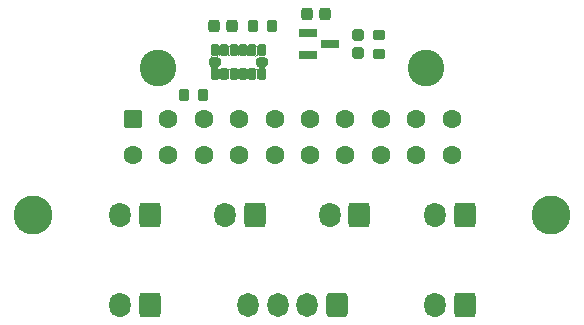
<source format=gbr>
%TF.GenerationSoftware,KiCad,Pcbnew,(6.0.4-0)*%
%TF.CreationDate,2022-03-28T23:15:47-05:00*%
%TF.ProjectId,Toolhead_PCB,546f6f6c-6865-4616-945f-5043422e6b69,rev?*%
%TF.SameCoordinates,Original*%
%TF.FileFunction,Soldermask,Bot*%
%TF.FilePolarity,Negative*%
%FSLAX46Y46*%
G04 Gerber Fmt 4.6, Leading zero omitted, Abs format (unit mm)*
G04 Created by KiCad (PCBNEW (6.0.4-0)) date 2022-03-28 23:15:47*
%MOMM*%
%LPD*%
G01*
G04 APERTURE LIST*
G04 Aperture macros list*
%AMRoundRect*
0 Rectangle with rounded corners*
0 $1 Rounding radius*
0 $2 $3 $4 $5 $6 $7 $8 $9 X,Y pos of 4 corners*
0 Add a 4 corners polygon primitive as box body*
4,1,4,$2,$3,$4,$5,$6,$7,$8,$9,$2,$3,0*
0 Add four circle primitives for the rounded corners*
1,1,$1+$1,$2,$3*
1,1,$1+$1,$4,$5*
1,1,$1+$1,$6,$7*
1,1,$1+$1,$8,$9*
0 Add four rect primitives between the rounded corners*
20,1,$1+$1,$2,$3,$4,$5,0*
20,1,$1+$1,$4,$5,$6,$7,0*
20,1,$1+$1,$6,$7,$8,$9,0*
20,1,$1+$1,$8,$9,$2,$3,0*%
G04 Aperture macros list end*
%ADD10C,3.102000*%
%ADD11RoundRect,0.301001X-0.499999X-0.499999X0.499999X-0.499999X0.499999X0.499999X-0.499999X0.499999X0*%
%ADD12C,1.602000*%
%ADD13C,3.302000*%
%ADD14RoundRect,0.301000X0.600000X0.750000X-0.600000X0.750000X-0.600000X-0.750000X0.600000X-0.750000X0*%
%ADD15O,1.802000X2.102000*%
%ADD16RoundRect,0.301000X0.600000X0.725000X-0.600000X0.725000X-0.600000X-0.725000X0.600000X-0.725000X0*%
%ADD17O,1.802000X2.052000*%
%ADD18RoundRect,0.276000X-0.225000X-0.250000X0.225000X-0.250000X0.225000X0.250000X-0.225000X0.250000X0*%
%ADD19RoundRect,0.276000X-0.250000X0.225000X-0.250000X-0.225000X0.250000X-0.225000X0.250000X0.225000X0*%
%ADD20RoundRect,0.201000X-0.150000X0.325000X-0.150000X-0.325000X0.150000X-0.325000X0.150000X0.325000X0*%
%ADD21RoundRect,0.201000X-0.325000X0.150000X-0.325000X-0.150000X0.325000X-0.150000X0.325000X0.150000X0*%
%ADD22RoundRect,0.251000X0.200000X0.275000X-0.200000X0.275000X-0.200000X-0.275000X0.200000X-0.275000X0*%
%ADD23RoundRect,0.251000X0.275000X-0.200000X0.275000X0.200000X-0.275000X0.200000X-0.275000X-0.200000X0*%
%ADD24RoundRect,0.201000X-0.587500X-0.150000X0.587500X-0.150000X0.587500X0.150000X-0.587500X0.150000X0*%
%ADD25RoundRect,0.251000X-0.200000X-0.275000X0.200000X-0.275000X0.200000X0.275000X-0.200000X0.275000X0*%
G04 APERTURE END LIST*
D10*
%TO.C,J1*%
X88660000Y-87552000D03*
X111360000Y-87552000D03*
D11*
X86500000Y-91872000D03*
D12*
X89500000Y-91872000D03*
X92500000Y-91872000D03*
X95500000Y-91872000D03*
X98500000Y-91872000D03*
X101500000Y-91872000D03*
X104500000Y-91872000D03*
X107500000Y-91872000D03*
X110500000Y-91872000D03*
X113500000Y-91872000D03*
X86500000Y-94872000D03*
X89500000Y-94872000D03*
X92500000Y-94872000D03*
X95500000Y-94872000D03*
X98500000Y-94872000D03*
X101500000Y-94872000D03*
X104500000Y-94872000D03*
X107500000Y-94872000D03*
X110500000Y-94872000D03*
X113500000Y-94872000D03*
%TD*%
D13*
%TO.C,H1*%
X78080000Y-100000000D03*
%TD*%
%TO.C,H2*%
X121920000Y-100000000D03*
%TD*%
D14*
%TO.C,J7*%
X96825000Y-99966000D03*
D15*
X94325000Y-99966000D03*
%TD*%
D14*
%TO.C,J5*%
X114605000Y-99966000D03*
D15*
X112105000Y-99966000D03*
%TD*%
D14*
%TO.C,J3*%
X105675000Y-99966000D03*
D15*
X103175000Y-99966000D03*
%TD*%
D14*
%TO.C,J6*%
X87935000Y-99966000D03*
D15*
X85435000Y-99966000D03*
%TD*%
D14*
%TO.C,J4*%
X87935000Y-107586000D03*
D15*
X85435000Y-107586000D03*
%TD*%
D16*
%TO.C,J2*%
X103770000Y-107586000D03*
D17*
X101270000Y-107586000D03*
X98770000Y-107586000D03*
X96270000Y-107586000D03*
%TD*%
D14*
%TO.C,J8*%
X114605000Y-107586000D03*
D15*
X112105000Y-107586000D03*
%TD*%
D18*
%TO.C,C3*%
X101257000Y-82982000D03*
X102807000Y-82982000D03*
%TD*%
D19*
%TO.C,C1*%
X105588000Y-84747000D03*
X105588000Y-86297000D03*
%TD*%
D20*
%TO.C,U1*%
X93428000Y-86046000D03*
X94228000Y-86046000D03*
X95028000Y-86046000D03*
X95828000Y-86046000D03*
X96628000Y-86046000D03*
X97428000Y-86046000D03*
D21*
X97428000Y-87046000D03*
D20*
X97428000Y-88046000D03*
X96628000Y-88046000D03*
X95828000Y-88046000D03*
X95028000Y-88046000D03*
X94228000Y-88046000D03*
X93428000Y-88046000D03*
D21*
X93428000Y-87046000D03*
%TD*%
D22*
%TO.C,R2*%
X98285000Y-83998000D03*
X96635000Y-83998000D03*
%TD*%
D23*
%TO.C,R1*%
X107366000Y-86347000D03*
X107366000Y-84697000D03*
%TD*%
D18*
%TO.C,C4*%
X93383000Y-83998000D03*
X94933000Y-83998000D03*
%TD*%
D24*
%TO.C,U2*%
X101348500Y-86472000D03*
X101348500Y-84572000D03*
X103223500Y-85522000D03*
%TD*%
D25*
%TO.C,R3*%
X90793000Y-89840000D03*
X92443000Y-89840000D03*
%TD*%
G36*
X93923108Y-87298054D02*
G01*
X93923127Y-87299784D01*
X93917885Y-87311025D01*
X93917486Y-87311594D01*
X93910646Y-87318434D01*
X93910490Y-87318476D01*
X93910485Y-87318730D01*
X93877313Y-87379482D01*
X93878733Y-87399337D01*
X93877859Y-87401136D01*
X93876039Y-87401354D01*
X93842166Y-87388720D01*
X93817426Y-87389457D01*
X93807944Y-87390706D01*
X93744335Y-87418847D01*
X93706201Y-87476662D01*
X93705379Y-87545948D01*
X93736925Y-87599845D01*
X93740823Y-87603743D01*
X93801872Y-87637077D01*
X93871031Y-87632131D01*
X93915128Y-87603792D01*
X93920354Y-87598566D01*
X93920510Y-87598524D01*
X93920515Y-87598270D01*
X93953687Y-87537518D01*
X93952267Y-87517663D01*
X93953141Y-87515864D01*
X93954961Y-87515646D01*
X93988834Y-87528280D01*
X94013569Y-87527544D01*
X94061688Y-87521210D01*
X94063536Y-87521976D01*
X94063797Y-87523958D01*
X94062339Y-87525155D01*
X94001860Y-87537185D01*
X93937314Y-87580314D01*
X93923933Y-87600339D01*
X93923522Y-87600542D01*
X93923431Y-87601091D01*
X93894185Y-87644860D01*
X93879000Y-87721199D01*
X93879000Y-88370801D01*
X93894185Y-88447140D01*
X93923431Y-88490909D01*
X93923562Y-88492905D01*
X93921899Y-88494016D01*
X93920354Y-88493434D01*
X93915177Y-88488257D01*
X93854128Y-88454923D01*
X93784969Y-88459869D01*
X93740872Y-88488208D01*
X93735646Y-88493434D01*
X93733714Y-88493952D01*
X93732300Y-88492538D01*
X93732569Y-88490909D01*
X93761815Y-88447140D01*
X93777000Y-88370801D01*
X93777000Y-87721199D01*
X93761815Y-87644860D01*
X93718686Y-87580314D01*
X93654140Y-87537185D01*
X93577801Y-87522000D01*
X93278199Y-87522000D01*
X93201860Y-87537185D01*
X93137314Y-87580314D01*
X93111349Y-87619172D01*
X93109555Y-87620057D01*
X93107892Y-87618946D01*
X93107873Y-87617216D01*
X93113115Y-87605975D01*
X93113514Y-87605406D01*
X93119054Y-87599866D01*
X93152388Y-87538817D01*
X93147448Y-87469735D01*
X93105923Y-87414264D01*
X93070517Y-87399845D01*
X93069944Y-87399108D01*
X93044880Y-87387420D01*
X93043733Y-87385781D01*
X93044578Y-87383969D01*
X93046115Y-87383645D01*
X93103199Y-87395000D01*
X93752801Y-87395000D01*
X93829140Y-87379815D01*
X93893686Y-87336686D01*
X93907067Y-87316661D01*
X93907478Y-87316458D01*
X93907569Y-87315909D01*
X93919651Y-87297828D01*
X93921445Y-87296943D01*
X93923108Y-87298054D01*
G37*
G36*
X94535646Y-87598566D02*
G01*
X94540823Y-87603743D01*
X94601872Y-87637077D01*
X94671031Y-87632131D01*
X94715128Y-87603792D01*
X94720354Y-87598566D01*
X94722286Y-87598048D01*
X94723700Y-87599462D01*
X94723431Y-87601091D01*
X94694185Y-87644860D01*
X94679000Y-87721199D01*
X94679000Y-88370801D01*
X94694185Y-88447140D01*
X94723431Y-88490909D01*
X94723562Y-88492905D01*
X94721899Y-88494016D01*
X94720354Y-88493434D01*
X94715177Y-88488257D01*
X94654128Y-88454923D01*
X94584969Y-88459869D01*
X94540872Y-88488208D01*
X94535646Y-88493434D01*
X94533714Y-88493952D01*
X94532300Y-88492538D01*
X94532569Y-88490909D01*
X94561815Y-88447140D01*
X94577000Y-88370801D01*
X94577000Y-87721199D01*
X94561815Y-87644860D01*
X94532569Y-87601091D01*
X94532438Y-87599095D01*
X94534101Y-87597984D01*
X94535646Y-87598566D01*
G37*
G36*
X95335646Y-87598566D02*
G01*
X95340823Y-87603743D01*
X95401872Y-87637077D01*
X95471031Y-87632131D01*
X95515128Y-87603792D01*
X95520354Y-87598566D01*
X95522286Y-87598048D01*
X95523700Y-87599462D01*
X95523431Y-87601091D01*
X95494185Y-87644860D01*
X95479000Y-87721199D01*
X95479000Y-88370801D01*
X95494185Y-88447140D01*
X95523431Y-88490909D01*
X95523562Y-88492905D01*
X95521899Y-88494016D01*
X95520354Y-88493434D01*
X95515177Y-88488257D01*
X95454128Y-88454923D01*
X95384969Y-88459869D01*
X95340872Y-88488208D01*
X95335646Y-88493434D01*
X95333714Y-88493952D01*
X95332300Y-88492538D01*
X95332569Y-88490909D01*
X95361815Y-88447140D01*
X95377000Y-88370801D01*
X95377000Y-87721199D01*
X95361815Y-87644860D01*
X95332569Y-87601091D01*
X95332438Y-87599095D01*
X95334101Y-87597984D01*
X95335646Y-87598566D01*
G37*
G36*
X96965084Y-87338537D02*
G01*
X97026860Y-87379815D01*
X97103199Y-87395000D01*
X97752801Y-87395000D01*
X97809885Y-87383645D01*
X97811779Y-87384288D01*
X97812169Y-87386250D01*
X97811120Y-87387420D01*
X97786765Y-87398777D01*
X97786675Y-87399800D01*
X97785846Y-87400482D01*
X97744338Y-87418844D01*
X97706202Y-87476658D01*
X97705377Y-87545944D01*
X97736925Y-87599845D01*
X97742486Y-87605406D01*
X97742885Y-87605975D01*
X97748127Y-87617217D01*
X97747952Y-87619209D01*
X97746140Y-87620054D01*
X97744651Y-87619173D01*
X97718686Y-87580314D01*
X97654140Y-87537185D01*
X97577801Y-87522000D01*
X97278199Y-87522000D01*
X97201860Y-87537185D01*
X97137314Y-87580314D01*
X97094185Y-87644860D01*
X97079000Y-87721199D01*
X97079000Y-88370801D01*
X97094185Y-88447140D01*
X97123431Y-88490909D01*
X97123562Y-88492905D01*
X97121899Y-88494016D01*
X97120354Y-88493434D01*
X97115177Y-88488257D01*
X97054128Y-88454923D01*
X96984969Y-88459869D01*
X96940872Y-88488208D01*
X96935646Y-88493434D01*
X96933714Y-88493952D01*
X96932300Y-88492538D01*
X96932569Y-88490909D01*
X96961815Y-88447140D01*
X96977000Y-88370801D01*
X96977000Y-87721199D01*
X96961815Y-87644860D01*
X96932569Y-87601091D01*
X96932438Y-87599095D01*
X96934101Y-87597984D01*
X96935646Y-87598566D01*
X96940823Y-87603743D01*
X97001872Y-87637077D01*
X97071031Y-87632131D01*
X97115128Y-87603792D01*
X97119054Y-87599866D01*
X97152388Y-87538817D01*
X97147448Y-87469735D01*
X97105923Y-87414264D01*
X97048088Y-87390710D01*
X97038760Y-87389481D01*
X96981521Y-87398406D01*
X96979656Y-87397685D01*
X96979301Y-87397016D01*
X96962061Y-87340786D01*
X96962509Y-87338837D01*
X96964421Y-87338251D01*
X96965084Y-87338537D01*
G37*
G36*
X96135646Y-87598566D02*
G01*
X96140823Y-87603743D01*
X96201872Y-87637077D01*
X96271031Y-87632131D01*
X96315128Y-87603792D01*
X96320354Y-87598566D01*
X96322286Y-87598048D01*
X96323700Y-87599462D01*
X96323431Y-87601091D01*
X96294185Y-87644860D01*
X96279000Y-87721199D01*
X96279000Y-88370801D01*
X96294185Y-88447140D01*
X96323431Y-88490909D01*
X96323562Y-88492905D01*
X96321899Y-88494016D01*
X96320354Y-88493434D01*
X96315177Y-88488257D01*
X96254128Y-88454923D01*
X96184969Y-88459869D01*
X96140872Y-88488208D01*
X96135646Y-88493434D01*
X96133714Y-88493952D01*
X96132300Y-88492538D01*
X96132569Y-88490909D01*
X96161815Y-88447140D01*
X96177000Y-88370801D01*
X96177000Y-87721199D01*
X96161815Y-87644860D01*
X96132569Y-87601091D01*
X96132438Y-87599095D01*
X96134101Y-87597984D01*
X96135646Y-87598566D01*
G37*
G36*
X96935646Y-85598566D02*
G01*
X96940823Y-85603743D01*
X97001872Y-85637077D01*
X97071031Y-85632131D01*
X97115128Y-85603792D01*
X97120354Y-85598566D01*
X97122286Y-85598048D01*
X97123700Y-85599462D01*
X97123431Y-85601091D01*
X97094185Y-85644860D01*
X97079000Y-85721199D01*
X97079000Y-86370801D01*
X97094185Y-86447140D01*
X97137314Y-86511686D01*
X97201860Y-86554815D01*
X97278199Y-86570000D01*
X97577801Y-86570000D01*
X97654140Y-86554815D01*
X97718686Y-86511686D01*
X97744651Y-86472828D01*
X97746445Y-86471943D01*
X97748108Y-86473054D01*
X97748127Y-86474784D01*
X97742885Y-86486025D01*
X97742486Y-86486594D01*
X97736946Y-86492134D01*
X97703612Y-86553183D01*
X97708552Y-86622265D01*
X97750077Y-86677736D01*
X97785483Y-86692155D01*
X97786056Y-86692892D01*
X97811120Y-86704580D01*
X97812267Y-86706219D01*
X97811422Y-86708031D01*
X97809885Y-86708355D01*
X97752801Y-86697000D01*
X97103199Y-86697000D01*
X97026860Y-86712185D01*
X96962314Y-86755314D01*
X96948933Y-86775339D01*
X96948522Y-86775542D01*
X96948431Y-86776091D01*
X96936349Y-86794172D01*
X96934555Y-86795057D01*
X96932892Y-86793946D01*
X96932873Y-86792216D01*
X96938115Y-86780975D01*
X96938514Y-86780406D01*
X96945354Y-86773566D01*
X96945510Y-86773524D01*
X96945515Y-86773270D01*
X96978687Y-86712518D01*
X96977267Y-86692663D01*
X96978141Y-86690864D01*
X96979961Y-86690646D01*
X97013834Y-86703280D01*
X97038574Y-86702543D01*
X97048056Y-86701294D01*
X97111665Y-86673153D01*
X97149799Y-86615338D01*
X97150621Y-86546052D01*
X97119075Y-86492155D01*
X97115177Y-86488257D01*
X97054128Y-86454923D01*
X96984969Y-86459869D01*
X96940872Y-86488208D01*
X96935646Y-86493434D01*
X96935490Y-86493476D01*
X96935485Y-86493730D01*
X96902313Y-86554482D01*
X96903733Y-86574337D01*
X96902859Y-86576136D01*
X96901039Y-86576354D01*
X96867166Y-86563720D01*
X96842431Y-86564456D01*
X96794312Y-86570790D01*
X96792464Y-86570024D01*
X96792203Y-86568042D01*
X96793661Y-86566845D01*
X96854140Y-86554815D01*
X96918686Y-86511686D01*
X96932067Y-86491661D01*
X96932478Y-86491458D01*
X96932569Y-86490909D01*
X96961815Y-86447140D01*
X96977000Y-86370801D01*
X96977000Y-85721199D01*
X96961815Y-85644860D01*
X96932569Y-85601091D01*
X96932438Y-85599095D01*
X96934101Y-85597984D01*
X96935646Y-85598566D01*
G37*
G36*
X93735646Y-85598566D02*
G01*
X93740823Y-85603743D01*
X93801872Y-85637077D01*
X93871031Y-85632131D01*
X93915128Y-85603792D01*
X93920354Y-85598566D01*
X93922286Y-85598048D01*
X93923700Y-85599462D01*
X93923431Y-85601091D01*
X93894185Y-85644860D01*
X93879000Y-85721199D01*
X93879000Y-86370801D01*
X93894185Y-86447140D01*
X93923431Y-86490909D01*
X93923562Y-86492905D01*
X93921899Y-86494016D01*
X93920354Y-86493434D01*
X93915177Y-86488257D01*
X93854128Y-86454923D01*
X93784969Y-86459869D01*
X93740872Y-86488208D01*
X93736946Y-86492134D01*
X93703612Y-86553183D01*
X93708552Y-86622265D01*
X93750077Y-86677736D01*
X93807912Y-86701290D01*
X93817240Y-86702519D01*
X93874479Y-86693594D01*
X93876344Y-86694315D01*
X93876699Y-86694984D01*
X93893939Y-86751214D01*
X93893491Y-86753163D01*
X93891579Y-86753749D01*
X93890916Y-86753463D01*
X93829140Y-86712185D01*
X93752801Y-86697000D01*
X93103199Y-86697000D01*
X93046115Y-86708355D01*
X93044221Y-86707712D01*
X93043831Y-86705750D01*
X93044880Y-86704580D01*
X93069235Y-86693223D01*
X93069325Y-86692200D01*
X93070154Y-86691518D01*
X93111662Y-86673156D01*
X93149798Y-86615342D01*
X93150623Y-86546056D01*
X93119075Y-86492155D01*
X93113514Y-86486594D01*
X93113115Y-86486025D01*
X93107873Y-86474783D01*
X93108048Y-86472791D01*
X93109860Y-86471946D01*
X93111349Y-86472827D01*
X93137314Y-86511686D01*
X93201860Y-86554815D01*
X93278199Y-86570000D01*
X93577801Y-86570000D01*
X93654140Y-86554815D01*
X93718686Y-86511686D01*
X93761815Y-86447140D01*
X93777000Y-86370801D01*
X93777000Y-85721199D01*
X93761815Y-85644860D01*
X93732569Y-85601091D01*
X93732438Y-85599095D01*
X93734101Y-85597984D01*
X93735646Y-85598566D01*
G37*
G36*
X94535646Y-85598566D02*
G01*
X94540823Y-85603743D01*
X94601872Y-85637077D01*
X94671031Y-85632131D01*
X94715128Y-85603792D01*
X94720354Y-85598566D01*
X94722286Y-85598048D01*
X94723700Y-85599462D01*
X94723431Y-85601091D01*
X94694185Y-85644860D01*
X94679000Y-85721199D01*
X94679000Y-86370801D01*
X94694185Y-86447140D01*
X94723431Y-86490909D01*
X94723562Y-86492905D01*
X94721899Y-86494016D01*
X94720354Y-86493434D01*
X94715177Y-86488257D01*
X94654128Y-86454923D01*
X94584969Y-86459869D01*
X94540872Y-86488208D01*
X94535646Y-86493434D01*
X94533714Y-86493952D01*
X94532300Y-86492538D01*
X94532569Y-86490909D01*
X94561815Y-86447140D01*
X94577000Y-86370801D01*
X94577000Y-85721199D01*
X94561815Y-85644860D01*
X94532569Y-85601091D01*
X94532438Y-85599095D01*
X94534101Y-85597984D01*
X94535646Y-85598566D01*
G37*
G36*
X95335646Y-85598566D02*
G01*
X95340823Y-85603743D01*
X95401872Y-85637077D01*
X95471031Y-85632131D01*
X95515128Y-85603792D01*
X95520354Y-85598566D01*
X95522286Y-85598048D01*
X95523700Y-85599462D01*
X95523431Y-85601091D01*
X95494185Y-85644860D01*
X95479000Y-85721199D01*
X95479000Y-86370801D01*
X95494185Y-86447140D01*
X95523431Y-86490909D01*
X95523562Y-86492905D01*
X95521899Y-86494016D01*
X95520354Y-86493434D01*
X95515177Y-86488257D01*
X95454128Y-86454923D01*
X95384969Y-86459869D01*
X95340872Y-86488208D01*
X95335646Y-86493434D01*
X95333714Y-86493952D01*
X95332300Y-86492538D01*
X95332569Y-86490909D01*
X95361815Y-86447140D01*
X95377000Y-86370801D01*
X95377000Y-85721199D01*
X95361815Y-85644860D01*
X95332569Y-85601091D01*
X95332438Y-85599095D01*
X95334101Y-85597984D01*
X95335646Y-85598566D01*
G37*
G36*
X96135646Y-85598566D02*
G01*
X96140823Y-85603743D01*
X96201872Y-85637077D01*
X96271031Y-85632131D01*
X96315128Y-85603792D01*
X96320354Y-85598566D01*
X96322286Y-85598048D01*
X96323700Y-85599462D01*
X96323431Y-85601091D01*
X96294185Y-85644860D01*
X96279000Y-85721199D01*
X96279000Y-86370801D01*
X96294185Y-86447140D01*
X96323431Y-86490909D01*
X96323562Y-86492905D01*
X96321899Y-86494016D01*
X96320354Y-86493434D01*
X96315177Y-86488257D01*
X96254128Y-86454923D01*
X96184969Y-86459869D01*
X96140872Y-86488208D01*
X96135646Y-86493434D01*
X96133714Y-86493952D01*
X96132300Y-86492538D01*
X96132569Y-86490909D01*
X96161815Y-86447140D01*
X96177000Y-86370801D01*
X96177000Y-85721199D01*
X96161815Y-85644860D01*
X96132569Y-85601091D01*
X96132438Y-85599095D01*
X96134101Y-85597984D01*
X96135646Y-85598566D01*
G37*
M02*

</source>
